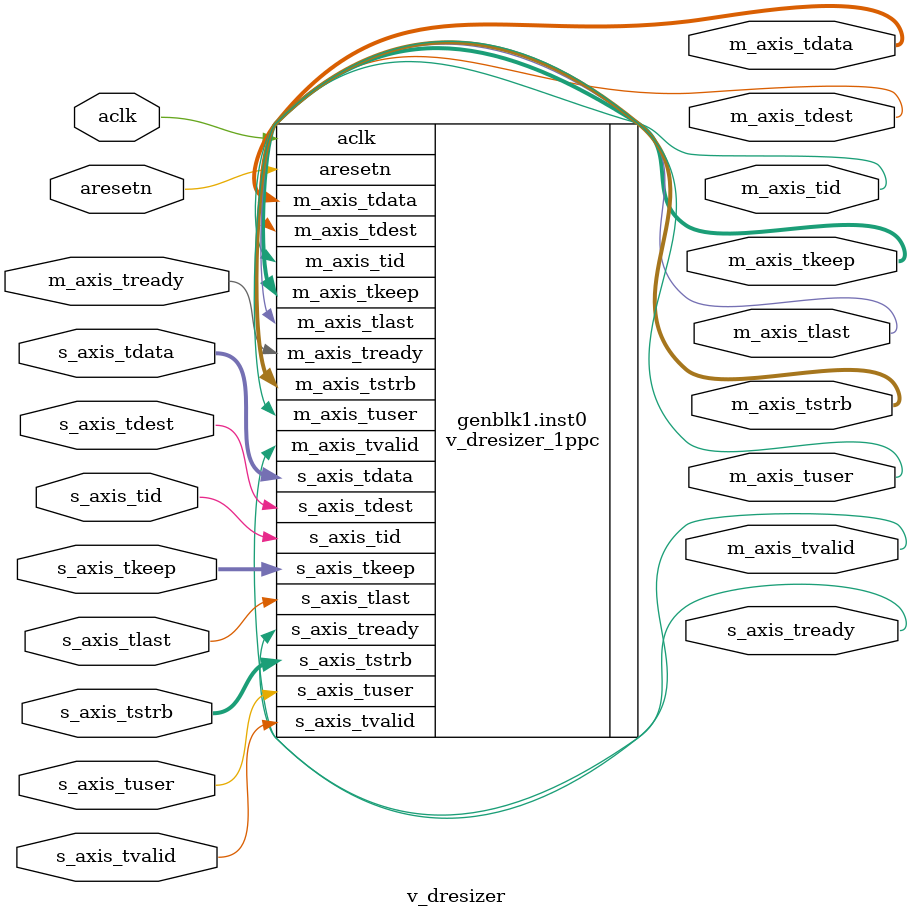
<source format=v>
`timescale 1ns/1ps
module v_dresizer
#( 
    parameter COLUMN_DOWN                       = 1'b1,
    parameter LINE_DOWN                         = 1'b1,        
    parameter VIDEO_FORMAT                      = "RGB",
    parameter SAMPLES_PER_CLOCK                 = 1,
    parameter MAXIMUM_DATA_WIDTH                = 8,
//    parameter MAXIMUM_NUMBER_OF_COLUMNS = 1280,
//    parameter MAXIMUM_NUMBER_OF_ROWS = 720,
    parameter S_AXIS_BYTES                      = 3,
    parameter S_AXIS_WIDTH                      = 24,
    parameter M_AXIS_BYTES                      = 3,
    parameter M_AXIS_WIDTH                      = 24 
)
(
    aclk,
    aresetn,
//input interface
    s_axis_tdata,
    s_axis_tdest,
    s_axis_tid,
    s_axis_tkeep,
    s_axis_tlast,
    s_axis_tready,
    s_axis_tstrb,
    s_axis_tuser,
    s_axis_tvalid,
//output interface   
    m_axis_tdata,
    m_axis_tdest,
    m_axis_tid,
    m_axis_tkeep,
    m_axis_tlast,
    m_axis_tready,
    m_axis_tstrb,
    m_axis_tuser,
    m_axis_tvalid
);

parameter NUM_VIDEO_COMPONENTS = ((VIDEO_FORMAT == "YUV 4:2:2:") || (VIDEO_FORMAT == "YUV 4:2:0:") || (VIDEO_FORMAT == "YUVA 4:2:0:")) ? 2 : 
				((VIDEO_FORMAT == "YUV 4:4:4:") || (VIDEO_FORMAT == "RGB") || (VIDEO_FORMAT == "YUVA 4:2:2:") || (VIDEO_FORMAT == "SMPTE 352 YUV 4:2:0:")) ? 3 : 
				((VIDEO_FORMAT == "YUVA 4:4:4:") || (VIDEO_FORMAT == "RGBA") || (VIDEO_FORMAT == "YUVD 4:2:2:") || (VIDEO_FORMAT == "YUVD 4:4:4:") || (VIDEO_FORMAT == "RGBD")) ? 4 : 1;

parameter PIEXL_WIDTH = NUM_VIDEO_COMPONENTS * MAXIMUM_DATA_WIDTH;

//parameter  S_AXIS_BYTES = ((SAMPLES_PER_CLOCK*MAXIMUM_DATA_WIDTH*NUM_VIDEO_COMPONENTS+7)/8);
//parameter  S_AXIS_WIDTH = ((SAMPLES_PER_CLOCK*MAXIMUM_DATA_WIDTH*NUM_VIDEO_COMPONENTS+7)/8)*8;
//parameter  M_AXIS_BYTES = ((SAMPLES_PER_CLOCK*MAXIMUM_DATA_WIDTH*NUM_VIDEO_COMPONENTS+7)/8);
//parameter  M_AXIS_WIDTH = ((SAMPLES_PER_CLOCK*MAXIMUM_DATA_WIDTH*NUM_VIDEO_COMPONENTS+7)/8)*8;

input   aclk;
input   aresetn;

input  [S_AXIS_WIDTH -1:0]  s_axis_tdata;
input                       s_axis_tvalid;
output                      s_axis_tready;
input  [S_AXIS_BYTES -1:0]  s_axis_tkeep;
input  [S_AXIS_BYTES -1:0]  s_axis_tstrb;
input  [0:0]                s_axis_tuser;
input  [0:0]                s_axis_tlast;
input  [0:0]                s_axis_tid;
input  [0:0]                s_axis_tdest;
output [M_AXIS_WIDTH-1:0]   m_axis_tdata;
output                      m_axis_tvalid;
input                       m_axis_tready;
output [M_AXIS_BYTES -1:0]  m_axis_tkeep;
output [M_AXIS_BYTES -1:0]  m_axis_tstrb;
output [0:0]                m_axis_tuser;
output [0:0]                m_axis_tlast;
output [0:0]                m_axis_tid;
output [0:0]                m_axis_tdest;


generate
    if(SAMPLES_PER_CLOCK==1)
    v_dresizer_1ppc 
    #(   
        .COLUMN_DOWN (COLUMN_DOWN),
        .LINE_DOWN   (LINE_DOWN  ),
        .S_AXIS_WIDTH(S_AXIS_WIDTH),
        .M_AXIS_WIDTH(M_AXIS_WIDTH),
	    .PIEXL_WIDTH(PIEXL_WIDTH)
	)
    inst0
    (
        .aclk           (aclk           ),
        .aresetn        (aresetn        ),
        .s_axis_tdata   (s_axis_tdata   ),
        .s_axis_tvalid  (s_axis_tvalid  ),
        .s_axis_tready  (s_axis_tready  ),
        .s_axis_tkeep   (s_axis_tkeep   ),
        .s_axis_tstrb   (s_axis_tstrb   ),
        .s_axis_tuser   (s_axis_tuser   ),
        .s_axis_tlast   (s_axis_tlast   ),
        .s_axis_tid     (s_axis_tid     ),
        .s_axis_tdest   (s_axis_tdest   ),
        .m_axis_tdata   (m_axis_tdata   ),
        .m_axis_tvalid  (m_axis_tvalid  ),
        .m_axis_tready  (m_axis_tready  ),
        .m_axis_tkeep   (m_axis_tkeep   ),
        .m_axis_tstrb   (m_axis_tstrb   ),
        .m_axis_tuser   (m_axis_tuser   ),
        .m_axis_tlast   (m_axis_tlast   ),
        .m_axis_tid     (m_axis_tid     ),
        .m_axis_tdest   (m_axis_tdest   )
    );

    else if (SAMPLES_PER_CLOCK==2)
    v_dresizer_2ppc 
    #(   
        .COLUMN_DOWN (COLUMN_DOWN),
        .LINE_DOWN   (LINE_DOWN  ),
        .S_AXIS_WIDTH(S_AXIS_WIDTH),
        .M_AXIS_WIDTH(M_AXIS_WIDTH),
	    .PIEXL_WIDTH(PIEXL_WIDTH)
	)
    inst0
    (
        .aclk           (aclk           ),
        .aresetn        (aresetn        ),
        .s_axis_tdata   (s_axis_tdata   ),
        .s_axis_tvalid  (s_axis_tvalid  ),
        .s_axis_tready  (s_axis_tready  ),
        .s_axis_tkeep   (s_axis_tkeep   ),
        .s_axis_tstrb   (s_axis_tstrb   ),
        .s_axis_tuser   (s_axis_tuser   ),
        .s_axis_tlast   (s_axis_tlast   ),
        .s_axis_tid     (s_axis_tid     ),
        .s_axis_tdest   (s_axis_tdest   ),
        .m_axis_tdata   (m_axis_tdata   ),
        .m_axis_tvalid  (m_axis_tvalid  ),
        .m_axis_tready  (m_axis_tready  ),
        .m_axis_tkeep   (m_axis_tkeep   ),
        .m_axis_tstrb   (m_axis_tstrb   ),
        .m_axis_tuser   (m_axis_tuser   ),
        .m_axis_tlast   (m_axis_tlast   ),
        .m_axis_tid     (m_axis_tid     ),
        .m_axis_tdest   (m_axis_tdest   )
    );

    else if (SAMPLES_PER_CLOCK==4)
    v_dresizer_4ppc 
    #(   
        .COLUMN_DOWN (COLUMN_DOWN),
        .LINE_DOWN   (LINE_DOWN  ),
        .S_AXIS_WIDTH(S_AXIS_WIDTH),
        .M_AXIS_WIDTH(M_AXIS_WIDTH),
	    .PIEXL_WIDTH(PIEXL_WIDTH)
	)
    inst0
    (
        .aclk           (aclk           ),
        .aresetn        (aresetn        ),
        .s_axis_tdata   (s_axis_tdata   ),
        .s_axis_tvalid  (s_axis_tvalid  ),
        .s_axis_tready  (s_axis_tready  ),
        .s_axis_tkeep   (s_axis_tkeep   ),
        .s_axis_tstrb   (s_axis_tstrb   ),
        .s_axis_tuser   (s_axis_tuser   ),
        .s_axis_tlast   (s_axis_tlast   ),
        .s_axis_tid     (s_axis_tid     ),
        .s_axis_tdest   (s_axis_tdest   ),
        .m_axis_tdata   (m_axis_tdata   ),
        .m_axis_tvalid  (m_axis_tvalid  ),
        .m_axis_tready  (m_axis_tready  ),
        .m_axis_tkeep   (m_axis_tkeep   ),
        .m_axis_tstrb   (m_axis_tstrb   ),
        .m_axis_tuser   (m_axis_tuser   ),
        .m_axis_tlast   (m_axis_tlast   ),
        .m_axis_tid     (m_axis_tid     ),
        .m_axis_tdest   (m_axis_tdest   )
    );

    else if (SAMPLES_PER_CLOCK==8)
    v_dresizer_8ppc 
    #(   
        .COLUMN_DOWN (COLUMN_DOWN),
        .LINE_DOWN   (LINE_DOWN  ),
        .S_AXIS_WIDTH(S_AXIS_WIDTH),
        .M_AXIS_WIDTH(M_AXIS_WIDTH),
	    .PIEXL_WIDTH(PIEXL_WIDTH)
	)
    inst0
    (
        .aclk           (aclk           ),
        .aresetn        (aresetn        ),
        .s_axis_tdata   (s_axis_tdata   ),
        .s_axis_tvalid  (s_axis_tvalid  ),
        .s_axis_tready  (s_axis_tready  ),
        .s_axis_tkeep   (s_axis_tkeep   ),
        .s_axis_tstrb   (s_axis_tstrb   ),
        .s_axis_tuser   (s_axis_tuser   ),
        .s_axis_tlast   (s_axis_tlast   ),
        .s_axis_tid     (s_axis_tid     ),
        .s_axis_tdest   (s_axis_tdest   ),
        .m_axis_tdata   (m_axis_tdata   ),
        .m_axis_tvalid  (m_axis_tvalid  ),
        .m_axis_tready  (m_axis_tready  ),
        .m_axis_tkeep   (m_axis_tkeep   ),
        .m_axis_tstrb   (m_axis_tstrb   ),
        .m_axis_tuser   (m_axis_tuser   ),
        .m_axis_tlast   (m_axis_tlast   ),
        .m_axis_tid     (m_axis_tid     ),
        .m_axis_tdest   (m_axis_tdest   )
    );

endgenerate

////////////////
endmodule

</source>
